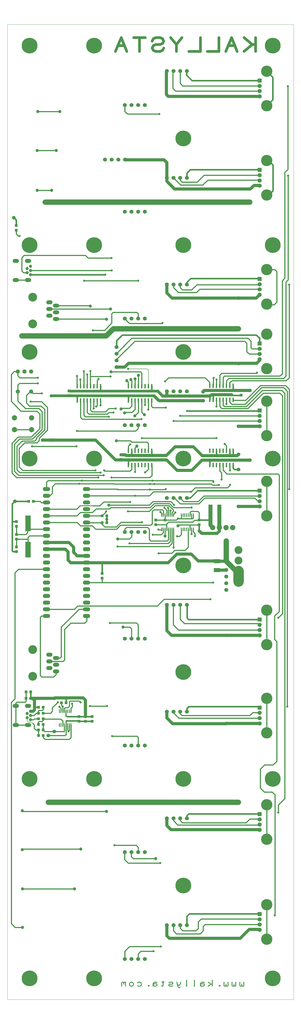
<source format=gbr>
%FSLAX33Y33*%
%MOMM*%
G04 EasyPC Gerber Version 16.0.6 Build 3249 *
%ADD22O,2.40000X1.50000*%
%ADD150O,2.80000X1.50000*%
%ADD12R,0.35000X1.40000*%
%ADD23R,0.60000X1.80000*%
%ADD15R,1.00000X1.10000*%
%ADD71R,1.65000X2.40000*%
%ADD20R,2.10000X6.00000*%
%ADD16R,1.60000X1.60000*%
%ADD73C,0.12000*%
%ADD72C,0.20000*%
%ADD11C,0.30000*%
%ADD28C,0.40000*%
%ADD27C,0.60000*%
%ADD25C,0.80000*%
%ADD10C,1.00000*%
%ADD21C,1.20000*%
%ADD26C,1.40000*%
%ADD13C,1.50000*%
%ADD17C,1.60000*%
%ADD151C,2.00000*%
%ADD19C,3.00000*%
%ADD152C,3.35000*%
%ADD14R,1.10000X1.00000*%
%ADD29C,4.00000*%
%ADD18C,4.30000*%
%ADD70R,2.40000X1.65000*%
%ADD24C,6.00000*%
X0Y0D02*
D02*
D10*
X48700Y251350D02*
X60675D01*
X51550Y249600D02*
X41725D01*
X51550D02*
X68286D01*
X68250Y249611D02*
Y249625D01*
X71000*
X80825*
X79950Y251350D02*
X60675D01*
X82250D02*
X79950D01*
X119500Y380563D02*
Y385813D01*
Y383188D02*
X118188D01*
X115125Y385813*
X118188Y383188D02*
X115125Y380563D01*
X112500D02*
X110313Y385813D01*
X108125Y380563*
X111625Y382750D02*
X109000D01*
X105500Y385813D02*
Y380563D01*
X101125*
X98500Y385813D02*
Y380563D01*
X94125*
X89313D02*
Y383188D01*
X91500Y385813*
X89313Y383188D02*
X87125Y385813D01*
X84500Y381875D02*
X84063Y381000D01*
X83188Y380563*
X81438*
X80563Y381000*
X80125Y381875*
X80563Y382750*
X81438Y383188*
X83188*
X84063Y383625*
X84500Y384500*
X84063Y385375*
X83188Y385813*
X81438*
X80563Y385375*
X80125Y384500*
X75313Y380563D02*
Y385813D01*
X77500D02*
X73125D01*
X70500Y380563D02*
X68313Y385813D01*
X66125Y380563*
X69625Y382750D02*
X67000D01*
D02*
D11*
X52750Y207750D02*
X57625D01*
X115000Y26563D02*
Y25250D01*
X114813Y25063*
X114438*
X114250Y25250*
Y25813*
Y25250D02*
X114063Y25063D01*
X113688*
X113500Y25250*
Y26563*
X112000D02*
Y25250D01*
X111813Y25063*
X111438*
X111250Y25250*
Y25813*
Y25250D02*
X111063Y25063D01*
X110688*
X110500Y25250*
Y26563*
X109000D02*
Y25250D01*
X108813Y25063*
X108438*
X108250Y25250*
Y25813*
Y25250D02*
X108063Y25063D01*
X107688*
X107500Y25250*
Y26563*
X105813Y25063D02*
X105625Y25250D01*
X105813Y25438*
X106000Y25250*
X105813Y25063*
X103000D02*
Y27313D01*
Y25813D02*
X102438D01*
X101500Y26563*
X102438Y25813D02*
X101500Y25063D01*
X100000Y26375D02*
X99625Y26563D01*
X99063*
X98688Y26375*
X98500Y26000*
Y25438*
X98688Y25250*
X99063Y25063*
X99438*
X99813Y25250*
X100000Y25438*
Y25625*
X99813Y25813*
X99438Y26000*
X99063*
X98688Y25813*
X98500Y25625*
Y25438D02*
Y25063D01*
X96063D02*
X96250D01*
Y27313*
X93063Y25063D02*
X93250D01*
Y27313*
X91000Y26563D02*
X90813Y25813D01*
X90438Y25438*
X90063*
X89688Y25813*
X89500Y26563*
X89688Y25813D02*
X89875Y25063D01*
X90063Y24688*
X90438Y24500*
X90813Y24688*
X88000Y25250D02*
X87625Y25063D01*
X86875*
X86500Y25250*
Y25625*
X86875Y25813*
X87625*
X88000Y26000*
Y26375*
X87625Y26563*
X86875*
X86500Y26375*
X84625Y26563D02*
X83875D01*
X84250Y26938D02*
Y25250D01*
X84063Y25063*
X83875*
X83688Y25250*
X82000Y26375D02*
X81625Y26563D01*
X81063*
X80688Y26375*
X80500Y26000*
Y25438*
X80688Y25250*
X81063Y25063*
X81438*
X81813Y25250*
X82000Y25438*
Y25625*
X81813Y25813*
X81438Y26000*
X81063*
X80688Y25813*
X80500Y25625*
Y25438D02*
Y25063D01*
X78813D02*
X78625Y25250D01*
X78813Y25438*
X79000Y25250*
X78813Y25063*
X74500Y26375D02*
X74875Y26563D01*
X75438*
X75813Y26375*
X76000Y26000*
Y25625*
X75813Y25250*
X75438Y25063*
X74875*
X74500Y25250*
X73000Y25625D02*
X72813Y25250D01*
X72438Y25063*
X72063*
X71688Y25250*
X71500Y25625*
Y26000*
X71688Y26375*
X72063Y26563*
X72438*
X72813Y26375*
X73000Y26000*
Y25625*
X70000Y25063D02*
Y26563D01*
Y26375D02*
X69813Y26563D01*
X69438*
X69250Y26375*
Y25813*
Y26375D02*
X69063Y26563D01*
X68688*
X68500Y26375*
Y25063*
D02*
D12*
X44778Y124350D03*
Y129650D03*
X45413Y124350D03*
Y129650D03*
X46048Y124350D03*
Y129650D03*
X46683Y124350D03*
Y129650D03*
X47318Y124350D03*
Y129650D03*
X47953Y124350D03*
Y129650D03*
X48588Y124350D03*
Y129650D03*
X49223Y124350D03*
Y129650D03*
X83725Y198800D03*
Y204200D03*
X84375Y198800D03*
Y204200D03*
X85025Y198800D03*
Y204200D03*
X85675Y198800D03*
Y204200D03*
X86325Y198800D03*
Y204200D03*
X86975Y198800D03*
Y204200D03*
X87625Y198800D03*
Y204200D03*
X88275Y198800D03*
Y204200D03*
X91225Y198800D03*
Y204200D03*
X91875Y198800D03*
Y204200D03*
X92525Y198800D03*
Y204200D03*
X93175Y198800D03*
Y204200D03*
X93825Y198800D03*
Y204200D03*
X94475Y198800D03*
Y204200D03*
X95125Y198800D03*
Y204200D03*
X95775Y198800D03*
Y204200D03*
D02*
D13*
X62140Y339400D03*
X64680D03*
X66600Y260490D03*
Y263030D03*
Y265570D03*
Y268110D03*
X67220Y339400D03*
X69690Y35400D03*
Y76000D03*
Y116600D03*
Y157200D03*
Y197800D03*
Y238400D03*
Y279000D03*
Y319600D03*
Y360200D03*
X69760Y339400D03*
X72230Y35400D03*
Y76000D03*
Y116600D03*
Y157200D03*
Y197800D03*
Y238400D03*
Y279000D03*
Y319600D03*
Y360200D03*
X74770Y35400D03*
Y76000D03*
Y116600D03*
Y157200D03*
Y197800D03*
Y238400D03*
Y279000D03*
Y319600D03*
Y360200D03*
X77310Y35400D03*
Y76000D03*
Y116600D03*
Y157200D03*
Y197800D03*
Y238400D03*
Y279000D03*
Y319600D03*
Y360200D03*
X85690Y48300D03*
Y88900D03*
Y129500D03*
Y170100D03*
Y210700D03*
Y251300D03*
Y291900D03*
Y332500D03*
Y373100D03*
X88230Y48300D03*
Y88900D03*
Y129500D03*
Y170100D03*
Y210700D03*
Y251300D03*
Y291900D03*
Y332500D03*
Y373100D03*
X90770Y48300D03*
Y88900D03*
Y129500D03*
Y170100D03*
Y210700D03*
Y251300D03*
Y291900D03*
Y332500D03*
Y373100D03*
X93310Y48300D03*
Y88900D03*
Y129500D03*
Y170100D03*
Y210700D03*
Y251300D03*
Y291900D03*
Y332500D03*
Y373100D03*
X102275Y202375D02*
Y200415D01*
X103190Y199500*
X102275Y207000D02*
Y202375D01*
X105727Y207000D02*
Y199503D01*
X105730Y199500*
X108300Y186790D03*
Y189330D03*
Y191870D03*
Y194410D03*
X108350Y175790D03*
Y178330D03*
Y180870D03*
Y183410D03*
D02*
D14*
X32111Y134500D03*
Y137000D03*
X33111Y209500D03*
X33889Y134500D03*
Y137000D03*
X34889Y209500D03*
X36861Y120375D03*
Y122500D03*
Y124625D03*
Y126750D03*
Y128875D03*
Y131125D03*
X38639Y120375D03*
Y122500D03*
Y124625D03*
Y126750D03*
Y128875D03*
Y131125D03*
X45611Y132875D03*
X47389D03*
X61111Y201375D03*
Y204000D03*
X62889Y201375D03*
Y204000D03*
D02*
D15*
X28375Y312611D03*
Y314389D03*
X28500Y190361D03*
Y192139D03*
Y195111D03*
Y196889D03*
Y199986D03*
Y201764D03*
X48500Y249661D03*
Y251439D03*
X52250Y125861D03*
Y127639D03*
X54750Y125861D03*
Y127639D03*
X57250Y125861D03*
Y127639D03*
X61050Y180261D03*
Y182039D03*
X68250Y225361D03*
Y227139D03*
Y249611D03*
Y251389D03*
X81500Y200611D03*
Y202389D03*
X98000Y200611D03*
Y202389D03*
X99100Y225161D03*
Y226939D03*
X114000Y249861D03*
Y251639D03*
D02*
D16*
X121032Y52500D03*
Y90500D03*
Y131000D03*
Y164500D03*
Y213500D03*
Y244000D03*
Y269500D03*
Y294050D03*
Y335500D03*
Y369500D03*
D02*
D17*
X28960Y251190D03*
Y258810D03*
X31500D03*
X34040Y251190D03*
Y258810D03*
X121032Y46500D03*
Y48500D03*
Y50500D03*
Y84500D03*
Y86500D03*
Y88500D03*
Y125000D03*
Y127000D03*
Y129000D03*
Y158500D03*
Y160500D03*
Y162500D03*
Y207500D03*
Y209500D03*
Y211500D03*
Y238000D03*
Y240000D03*
Y242000D03*
Y263500D03*
Y265500D03*
Y267500D03*
Y288050D03*
Y290050D03*
Y292050D03*
Y329500D03*
Y331500D03*
Y333500D03*
Y363500D03*
Y365500D03*
Y367500D03*
D02*
D18*
X123724Y42934D03*
Y56066D03*
Y80934D03*
Y94066D03*
Y121434D03*
Y134566D03*
Y154934D03*
Y168066D03*
Y203934D03*
Y217066D03*
Y234434D03*
Y247566D03*
Y259934D03*
Y273066D03*
Y284484D03*
Y297616D03*
Y325934D03*
Y339066D03*
Y359934D03*
Y373066D03*
D02*
D19*
X113000Y179010D03*
Y182970D03*
Y186930D03*
Y190890D03*
D02*
D70*
X104750Y183273D03*
Y186725D03*
D02*
D71*
X102275Y207000D03*
X105727D03*
D02*
D20*
X32875Y191125D03*
Y201125D03*
D02*
D21*
X30700Y76950D03*
Y91750D03*
X30750Y47450D03*
Y62100D03*
X32575Y127200D03*
Y128800D03*
Y296450D03*
Y298050D03*
X33775Y126400D03*
Y128000D03*
Y129600D02*
X34850D01*
X35375Y130125*
Y131125*
X33775Y129600D03*
Y295650D03*
Y297250D03*
Y298850D03*
X33889Y134500D02*
X42850D01*
X35375Y131125D02*
Y133750D01*
X34625Y134500*
X36375Y327750D03*
Y342875D03*
X36625Y357750D03*
X39880Y191270D02*
X47105D01*
X48125Y190250*
Y187125*
X49125Y186125*
X55055*
X55120Y186190*
X39880Y193810D02*
X48440D01*
X50250Y192000*
Y190125*
X51625Y188750*
X54765*
X54785Y188730*
X55120*
X41725Y249600D03*
X41875Y327750D03*
X42125Y232750D02*
X38500D01*
X43625Y342875D03*
X45000Y357750D03*
X45200Y134700D02*
X43050D01*
X42850Y134500*
X47400Y134700D02*
X45200D01*
X50600Y62100D03*
X52950Y77200D03*
X54750Y127639D02*
Y133825D01*
X53875Y134700*
X47400*
X56625Y283750D03*
X61050Y186125D02*
X55685D01*
X55620Y186190*
X55120*
X62750Y278750D03*
X62800Y91500D03*
X62875Y202625D03*
X63625Y208000D03*
X64250Y282625D03*
X64500Y258750D03*
X66500Y232500D03*
X66600Y260490D02*
X69665D01*
X71125Y261950*
X119907*
X121032Y263075*
Y263500*
X67000Y195125D03*
X68250Y225361D02*
Y225250D01*
X66125*
X58625Y232750*
X42125*
X68250Y225361D02*
Y225250D01*
X71125*
X68250Y227139D02*
X69861D01*
X70125Y226875*
X72375*
X68250Y244625D03*
X69000Y161625D03*
X69625Y243125D03*
X70500Y255375D03*
X71125Y225250D02*
X85639D01*
X89639Y221250*
X95189*
X99100Y225161*
X72000Y255750D03*
X72375Y226875D02*
X80000D01*
X73550Y242000D03*
X73625Y256000D03*
X74300Y230450D03*
X74875Y257375D03*
X77125Y242375D03*
X80000Y226875D02*
X85500D01*
X88875Y230250*
X95789*
X99100Y226939*
X80825Y249625D02*
X82750Y247700D01*
X99486*
X81450Y73550D03*
X85000Y196250D03*
Y202375D03*
X85690Y48300D02*
Y44185D01*
X86625Y43250*
X113625*
X117000Y46625*
X120907*
X121032Y46500*
X85690Y88900D02*
Y86185D01*
X87250Y84625*
X120907*
X121032Y84500*
X85690Y129500D02*
Y127060D01*
X87875Y124875*
X108250*
X108375Y125000*
X85690Y170100D02*
Y160310D01*
X87500Y158500*
X108500*
X85690Y251300D02*
X85750D01*
Y249810*
X85690Y291900D02*
Y288685D01*
X87625Y286750*
X113000*
X85690Y332500D02*
Y338310D01*
X84625Y339375*
X70410*
X70385Y339400*
X69760*
X85690Y332500D02*
Y331185D01*
X88625Y328250*
X117500*
X118875Y329625*
X120907*
X121032Y329500*
X85875Y249500D02*
X84100D01*
X82250Y251350*
X89950Y200200D03*
X99100Y225161D02*
X102125D01*
X99100Y226939D02*
X99150D01*
Y226850*
X104639*
X99875Y251625D02*
X111000D01*
X102050Y249575D02*
X102325D01*
X102750Y250000*
X103375*
X102125Y225161D02*
X117214D01*
X117250Y225125*
X102250Y249500D02*
X85875D01*
X103375Y250000D02*
X110375D01*
X104639Y226850D02*
X109625D01*
X104750Y183273D02*
X108213D01*
X108350Y183410*
X104750Y186725D02*
Y186750D01*
X97625*
X95000Y189375*
X89500*
X86250Y186125*
X61050*
X104750Y186725D02*
X108235D01*
X108300Y186790*
X105730Y199500D02*
Y198105D01*
X104875Y197250*
X99000*
X98000Y198250*
X108500Y158500D02*
X121032D01*
X109625Y226850D02*
X111000D01*
X110375Y250000D03*
X111000Y226850D02*
X112500D01*
X113000Y227350*
Y227375*
X111000Y251625D02*
X117225D01*
X117250Y251650*
X113000Y286750D02*
X119750D01*
Y286768*
X121032Y288050*
Y125000D02*
X108375D01*
X121032Y207500D02*
X113000D01*
X121032Y238000D02*
X113000D01*
X121032Y363500D02*
X86250D01*
X85500Y364250*
Y372910*
X85690Y373100*
D02*
D22*
X28225Y124350D03*
Y131650D03*
Y293600D03*
Y300900D03*
X32875Y124350D03*
Y131650D03*
Y293600D03*
Y300900D03*
X41000Y146095D03*
Y148635D03*
Y151175D03*
Y280095D03*
Y282635D03*
Y285175D03*
X43540Y144825D03*
Y147365D03*
Y149905D03*
Y278825D03*
Y281365D03*
Y283905D03*
D02*
D23*
X51560Y247795D03*
Y253205D03*
X52830Y247795D03*
Y253205D03*
X54100Y247795D03*
Y253205D03*
X55370Y247795D03*
Y253205D03*
X56640Y247795D03*
Y253205D03*
X57910Y247795D03*
Y253205D03*
X59180Y247795D03*
Y253205D03*
X60450Y247795D03*
Y253205D03*
X71060Y223295D03*
Y228705D03*
Y247795D03*
Y253205D03*
X72330Y223295D03*
Y228705D03*
Y247795D03*
Y253205D03*
X73600Y223295D03*
Y228705D03*
Y247795D03*
Y253205D03*
X74870Y223295D03*
Y228705D03*
Y247795D03*
Y253205D03*
X76140Y223295D03*
Y228705D03*
Y247795D03*
Y253205D03*
X77410Y223295D03*
Y228705D03*
Y247795D03*
Y253205D03*
X78680Y223295D03*
Y228705D03*
Y247795D03*
Y253205D03*
X79950Y223295D03*
Y228705D03*
Y247795D03*
Y253205D03*
X102050Y248045D03*
Y253455D03*
X102060Y223295D03*
Y228705D03*
X103320Y248045D03*
Y253455D03*
X103330Y223295D03*
Y228705D03*
X104590Y248045D03*
Y253455D03*
X104600Y223295D03*
Y228705D03*
X105860Y248045D03*
Y253455D03*
X105870Y223295D03*
Y228705D03*
X107130Y248045D03*
Y253455D03*
X107140Y223295D03*
Y228705D03*
X108400Y248045D03*
Y253455D03*
X108410Y223295D03*
Y228705D03*
X109670Y248045D03*
Y253455D03*
X109680Y223295D03*
Y228705D03*
X110940Y248045D03*
Y253455D03*
X110950Y223295D03*
Y228705D03*
D02*
D24*
X33500Y28000D03*
Y103900D03*
Y225700D03*
Y266300D03*
Y306900D03*
Y382800D03*
X58000Y28000D03*
Y103900D03*
Y225700D03*
Y306900D03*
Y382800D03*
X92000Y63300D03*
Y103900D03*
Y144500D03*
Y185100D03*
Y225700D03*
Y266300D03*
Y306900D03*
Y347500D03*
X126000Y28000D03*
Y103900D03*
Y225700D03*
Y306900D03*
Y382800D03*
D02*
D25*
X29625Y310375D03*
X33875Y247375D03*
X34375Y230375D03*
X36625Y254375D03*
Y256500D03*
X38125Y250500D03*
X44250Y133000D03*
X44800Y131350D03*
X46050Y131450D03*
X48300Y122050D03*
X49650Y132500D03*
X51375Y230375D03*
X51500Y236250D03*
Y257125D03*
X52375Y216125D03*
X52750Y255750D03*
X52900Y133000D03*
X53375Y217375D03*
X54125Y258875D03*
X54250Y293375D03*
X55375Y257750D03*
X56450Y131600D03*
X56625Y259000D03*
X57625Y274500D03*
X57875Y244750D03*
X58500Y221250D03*
X58750Y245500D03*
X59625Y218500D03*
X59750Y256000D03*
X60500Y220375D03*
Y246000D03*
X61625Y219375D03*
X61875Y221250D03*
X62250Y295625D03*
X62625Y205625D03*
X62900Y131650D03*
X63625Y241625D03*
X64000Y163125D03*
X64250Y257000D03*
X64625Y218500D03*
Y302000D03*
X64750Y297250D03*
X64875Y120125D03*
X65375Y243250D03*
X65750Y78625D03*
X66250Y244750D03*
X66900Y192300D03*
X70875Y205625D03*
X71000Y259875D03*
X71500Y193450D03*
X71750Y209250D03*
Y231125D03*
X73625Y211590D03*
Y220625D03*
X74750Y293375D03*
X76050Y240750D03*
X76250Y201500D03*
Y233500D03*
X77375Y246125D03*
X77450Y220450D03*
X78625Y244375D03*
X79250Y214000D03*
Y216100D03*
X80200Y217350D03*
X80375Y196750D03*
X80650Y38400D03*
X81000Y216100D03*
X82500Y198750D03*
X82550Y189700D03*
X82875Y356750D03*
X83150Y71900D03*
X83250Y205375D03*
X83450Y40100D03*
X84000Y277250D03*
X84750Y207000D03*
X85000Y255125D03*
X85250Y214125D03*
Y245125D03*
X86125Y207000D03*
X87125Y206000D03*
X88250Y191900D03*
Y240000D03*
X88450Y208150D03*
X88900Y205200D03*
X89600Y196200D03*
X89950Y202950D03*
X90750Y242000D03*
X93375Y243875D03*
X94875Y213125D03*
X95125Y197000D03*
Y207125D03*
X96375Y196250D03*
X102300Y172250D03*
X103300Y178600D03*
X103375Y216875D03*
X103500Y256375D03*
X104625Y233500D03*
Y245500D03*
Y255750D03*
X105500Y215750D03*
X106550Y217800D03*
X107700Y231300D03*
X108400Y246500D03*
X109750Y215750D03*
Y221250D03*
X120000Y258375D03*
X126800Y52000D03*
X128100Y91150D03*
Y165150D03*
X131500Y131400D03*
X131750Y367375D03*
X131875Y333375D03*
X132250Y291875D03*
X132300Y214150D03*
D02*
D26*
X27500Y317375D03*
X27875Y209500D03*
X30500Y272375D03*
X38500Y232750D03*
X39375Y323250D03*
X40625Y95000D03*
Y120400D03*
X42125Y232750D03*
X42850Y121900D03*
Y134500D03*
X99486Y247700D03*
X99500Y251125D03*
X108375Y125000D03*
X108500Y158500D03*
X113000Y95000D03*
Y207500D03*
Y221600D03*
Y227375D03*
Y238000D03*
Y261875D03*
Y275125D03*
Y286750D03*
X117250Y225125D03*
Y251650D03*
Y323250D03*
D02*
D27*
X26850Y201775D02*
Y190650D01*
X27125Y190375*
X28486*
X28500Y190361*
X26850Y201775D02*
Y208650D01*
X27025*
X27875Y209500*
X28375Y314389D02*
Y316500D01*
X27500Y317375*
X28500Y201764D02*
Y201750D01*
X26861*
X26850Y201761*
Y201775*
X33111Y209500D02*
X27875D01*
X33889Y134500D02*
Y137000D01*
X34625Y134500D02*
X33889D01*
X36861Y131125D02*
X35375D01*
X47300Y128033D02*
X47733Y127600D01*
X52014*
X47375Y126000D02*
X52111D01*
X47389Y132875D02*
Y134689D01*
X47400Y134700*
X48500Y251439D02*
X48611D01*
X48700Y251350*
X51560Y247795D02*
Y249590D01*
X51550Y249600*
X52250Y125861D02*
X54750D01*
X52250Y127639D02*
X54750D01*
Y125861D02*
X57250D01*
X54750Y127639D02*
X57250D01*
X60450Y253205D02*
Y251575D01*
X60675Y251350*
X61050Y182039D02*
Y186125D01*
X62250Y295625D02*
X34050D01*
X34025Y295650*
X33775*
X62875Y202625D02*
X62889Y204000D01*
Y201375D02*
X62875Y202625D01*
X66600Y268110D02*
Y270600D01*
X68750Y272750*
X119782*
X121032Y271500*
Y269500*
X68286Y249600D02*
X68275Y249611D01*
X68250*
X71060Y223295D02*
Y225185D01*
X71125Y225250*
X71060Y247795D02*
Y249565D01*
X71000Y249625*
X72330Y228705D02*
Y226920D01*
X72375Y226875*
X79950Y228705D02*
Y226925D01*
X80000Y226875*
X79950Y253205D02*
Y251350D01*
X85750Y249810D02*
X85875Y249500D01*
X93310Y48300D02*
Y51685D01*
X94250Y52625*
X120782*
X120907Y52500*
X121032*
X93310Y88900D02*
Y89935D01*
X94000Y90625*
X120907*
X121032Y90500*
X93310Y129500D02*
Y130685D01*
X94000Y131375*
X120657*
X121032Y131000*
X93310Y210700D02*
X94575D01*
X97375Y213500*
X121032*
X93310Y291900D02*
Y292810D01*
X94750Y294250*
X120832*
X121032Y294050*
X93310Y332500D02*
Y334310D01*
X94625Y335625*
X120907*
X121032Y335500*
X93375Y243875D02*
X120907D01*
X121032Y244000*
X98000Y198250D02*
Y200611D01*
Y202389D02*
X102261D01*
X102275Y202375*
X99500Y251125D02*
Y251250D01*
X99875Y251625*
X102050Y248045D02*
Y249575D01*
X102175*
X102250Y249500*
X102060Y223295D02*
Y225096D01*
X102125Y225161*
X103320Y248045D02*
Y249945D01*
X103375Y250000*
X104600Y228705D02*
Y226889D01*
X104639Y226850*
X109680Y228705D02*
Y226905D01*
X109625Y226850*
X110375Y250000D02*
X110625Y249750D01*
X113889*
X114000Y249861*
X110940Y253455D02*
Y251685D01*
X111000Y251625*
X110950Y223295D02*
Y222100D01*
X111450Y221600*
X113000*
X110950Y228705D02*
Y226900D01*
X111000Y226850*
X121032Y164500D02*
X94000D01*
X93375Y165125*
Y169660*
X93310Y169725*
Y170100*
X121032Y369500D02*
X95250D01*
X93250Y371500*
Y373040*
X93310Y373100*
X123724Y339066D02*
X124434D01*
X126125Y337375*
Y327585*
X124474Y325934*
X123724*
Y373066D02*
Y373026D01*
X126000Y370750*
Y362210*
X123724Y359934*
D02*
D28*
X27750Y236750D02*
X34250D01*
X28225Y124350D02*
X32875D01*
X28225Y131650D02*
Y124350D01*
Y293600D02*
X32875D01*
X28375Y312611D02*
Y311125D01*
X29125Y310375*
X29625*
X28500Y192139D02*
Y195111D01*
X32861*
X32875Y195125*
X28500Y196889D02*
X32014D01*
X32750Y197625*
Y201000*
X32875Y201125*
X28500Y199986D02*
Y196889D01*
X28960Y251190D02*
Y247665D01*
X31125Y245500*
X31150*
X31850Y244800*
X37050*
X38250Y243600*
Y236850*
X34600Y233200*
X29700*
X27750Y231250*
Y220875*
X29250Y219375*
X61625*
X32111Y134500D02*
Y133486D01*
X31750Y133125*
X28625*
X28250Y132750*
Y131675*
X28225Y131650*
X32111Y137000D02*
Y134500D01*
X32575Y296450D02*
X31175D01*
X30500Y297125*
Y302125*
X31375Y303000*
X54750*
X55750Y302000*
X64625*
X32875Y191125D02*
Y195125D01*
Y195750*
X33500Y196375*
X39655*
X39680Y196350*
X39880*
X32875Y201125D02*
Y199375D01*
X33375Y198875*
X39645*
X39660Y198890*
X39880*
X33775Y126400D02*
X35025D01*
X35375Y126750*
X36861*
X33775Y128000D02*
X35125D01*
X36000Y128875*
X36861*
X33775Y297250D02*
X64750D01*
X33875Y247375D02*
X38075D01*
X40250Y245200*
Y236600*
X37100Y233450*
Y232600*
X36250Y231750*
X31600*
X29500Y229650*
Y222625*
X30875Y221250*
X58500*
X34750Y125000D02*
X35250Y124500D01*
Y123125*
X35875Y122500*
X36861*
X34889Y209500D02*
X37500D01*
X38000Y209000*
X39830*
X39880Y209050*
X36375Y327750D02*
X41875D01*
X36375Y342875D02*
X43625D01*
X36625Y254375D02*
X29625D01*
X29000Y253750*
Y251355*
X28960Y251315*
Y251190*
X36625Y256500D02*
X29750D01*
X29000Y257250*
Y258600*
X28960Y258640*
Y258810*
X36625Y357750D02*
X45000D01*
X36861Y120375D02*
Y122500D01*
X38125Y250500D02*
X34730D01*
X34040Y251190*
X38639Y120375D02*
Y119611D01*
X39300Y118950*
X48575*
X49250Y119625*
Y124323*
X49223Y124350*
X38639Y122500D02*
Y124625D01*
Y126750D02*
Y126139D01*
X38250Y125750*
X37000*
X36750Y125500*
Y124736*
X36861Y124625*
X38639Y128875D02*
X41425D01*
X42150Y129600*
Y130950*
X44200Y133000*
X44250*
X38639Y131125D02*
Y130264D01*
X38375Y130000*
X37000*
X36750Y129750*
Y128986*
X36861Y128875*
X39880Y168410D02*
X50510D01*
X51750Y169650*
X82050*
X84650Y172250*
X102300*
X39880Y183650D02*
X29250D01*
X27900Y182300*
Y134400*
X26550Y133050*
Y48850*
X27950Y47450*
X30750*
X39880Y201430D02*
X51570D01*
X52875Y200125*
X57375*
X58625Y198875*
X66600*
X68125Y200400*
X79625*
X80125Y200900*
Y205625*
X80750Y206250*
X84000*
X84375Y205875*
Y204200*
X39880Y203970D02*
X51470D01*
X52750Y205250*
X57375*
X58750Y206625*
X63875*
X64375Y207125*
X79375*
X80875Y208625*
X86750*
X88250Y207125*
X95125*
X39880Y206510D02*
Y206500D01*
X51385*
X52635Y207750*
X52750*
X39880Y211590D02*
X41215D01*
X42125Y212500*
Y215000*
X43250Y216125*
X52375*
X39880Y214130D02*
Y216755D01*
X40500Y217375*
X53375*
X41000Y148635D02*
X46235D01*
X46750Y149150*
Y160800*
X49150Y163200*
X54450*
X55250Y164000*
Y165740*
X55120Y165870*
X41000Y282635D02*
X64240D01*
X64250Y282625*
X42850Y121900D02*
X39239D01*
X38639Y122500*
X43540Y144825D02*
Y143640D01*
X42600Y142700*
X38100*
X37500Y143300*
Y165350*
X38000Y165850*
X39860*
X39880Y165870*
X43540Y149905D02*
X45005D01*
X45500Y150400*
Y161650*
X52250Y168400*
X54760*
X54770Y168410*
X55120*
X43540Y278825D02*
X62675D01*
X62750Y278750*
X43540Y283905D02*
X56470D01*
X56625Y283750*
X45413Y129650D02*
Y130738D01*
X44800Y131350*
X45611Y132875D02*
Y131889D01*
X46050Y131450*
X46048Y124350D02*
Y125953D01*
X45300Y126700*
X38689*
X38639Y126750*
X46050Y131450D02*
Y129698D01*
X46048Y129695*
Y129650*
X46683Y124350D02*
Y121900D01*
X42850*
X46683Y129650D02*
Y130683D01*
X46950Y130950*
X48050*
X48650Y131550*
Y133300*
X48900Y133550*
X52350*
X52900Y133000*
X47318Y124350D02*
Y120768D01*
X46950Y120400*
X40625*
X47318Y124350D02*
Y125943D01*
X47375Y126000*
X47318Y129650D02*
X47300D01*
Y128033*
X47953Y124350D02*
Y122398D01*
X48300Y122050*
X48588Y124350D02*
Y122338D01*
X48300Y122050*
X49223Y129650D02*
Y130873D01*
X49700Y131350*
X49650Y132500D02*
Y131950D01*
X49700*
Y131350*
X50600Y62100D02*
X30750D01*
X51375Y230375D02*
X34375D01*
X51500Y257125D02*
Y253265D01*
X51560Y253205*
X52014Y127600D02*
X52053Y127639D01*
X52250*
X52111Y126000D02*
X52250Y125861D01*
X52375Y216125D02*
X65450D01*
Y216100*
X79250*
X52750Y255750D02*
Y253285D01*
X52830Y253205*
X52950Y77200D02*
X30700D01*
Y76950*
X53375Y217375D02*
X66700D01*
Y217350*
X80200*
X54100Y253205D02*
Y258850D01*
X54125Y258875*
X54250Y293375D02*
X74750D01*
X55120Y211590D02*
X73625D01*
X55120Y214130D02*
X66875D01*
Y214000*
X79250*
X55370Y247795D02*
Y243255D01*
X56000Y242625*
X63000*
X63625Y243250*
X65375*
X55370Y253205D02*
Y257745D01*
X55375Y257750*
X56450Y131600D02*
X62850D01*
X62900Y131650*
X56625Y257000D02*
Y253220D01*
X56640Y253205*
X56625Y259000D02*
Y257000D01*
X56640Y247795D02*
Y244110D01*
X57250Y243500*
X62375*
X63625Y244750*
X66250*
X57625Y207750D02*
X60125D01*
X61625Y209250*
X71750*
X57910Y247795D02*
X57875D01*
Y244750*
X59180Y247795D02*
Y245930D01*
X58750Y245500*
X59180Y253205D02*
Y255430D01*
X59750Y256000*
X59625Y218500D02*
X28500D01*
X26750Y220250*
Y231600*
X29100Y233950*
X34100*
X37350Y237200*
Y242700*
X36250Y243800*
X30150*
X26500Y247450*
Y257750*
X27560Y258810*
X28960*
X60500Y220375D02*
X29750D01*
X28625Y221500*
Y230475*
X30600Y232450*
X35400*
X36100Y233150*
Y233600*
X39250Y236750*
Y244400*
X37900Y245750*
X33400*
X32250Y246900*
Y249750*
X33690Y251190*
X34040*
X60500Y246000D02*
Y247745D01*
X60450Y247795*
X61050Y178589D02*
X54850D01*
X54880Y178570*
X55120*
X61050Y180261D02*
Y178589D01*
X61111Y201375D02*
Y200764D01*
X62125Y199750*
X66500*
X68250Y201500*
X76250*
X61111Y201375D02*
X55175D01*
X55120Y201430*
X61111Y204000D02*
X55150D01*
X55120Y203970*
X62625Y205625D02*
Y205514D01*
X61111Y204000*
X62800Y91500D02*
X30950D01*
X30700Y91750*
X63625Y241625D02*
X54750D01*
X54125Y242250*
Y247770*
X54100Y247795*
X64250Y257000D02*
X56625D01*
X64500Y258750D02*
X75625D01*
X76125Y258250*
Y253220*
X76140Y253205*
X64875Y120125D02*
X74375D01*
X74750Y119750*
Y116620*
X74770Y116600*
X65750Y78625D02*
X74000D01*
X74750Y77875*
Y76020*
X74770Y76000*
X66600Y263030D02*
Y263475D01*
X73500Y270375*
X115375*
X116125Y269625*
Y266375*
X117000Y265500*
X121032*
X66600Y265570D02*
Y265725D01*
X72375Y271500*
X116625*
X117750Y270375*
Y267875*
X118125Y267500*
X121032*
X67000Y195125D02*
X71500D01*
X72375Y196000*
Y197655*
X72230Y197800*
X70500Y255375D02*
X71000Y254875D01*
Y253265*
X71060Y253205*
X70875Y205625D02*
X79000D01*
X81250Y207875*
X86500*
X88125Y206250*
Y205625*
X87625Y205125*
Y204200*
X71750Y231125D02*
X71060Y230435D01*
Y228705*
X72230Y157200D02*
Y161020D01*
X71625Y161625*
X69000*
X72330Y223295D02*
X72375D01*
Y221705*
X71670Y221000*
X62125*
X61875Y221250*
X72330Y247795D02*
Y245705D01*
X71500Y244875*
X68500*
X68250Y244625*
X72330Y253205D02*
Y255420D01*
X72000Y255750*
X73600Y223295D02*
X73625D01*
Y220625*
X73600Y228705D02*
Y229750D01*
X74300Y230450*
X73600Y247795D02*
Y244475D01*
X72500Y243375*
X69875*
X69625Y243125*
X73600Y253205D02*
Y255975D01*
X73625Y256000*
Y211590D02*
X79090D01*
X80625Y213125*
X94875*
X74770Y157200D02*
Y162605D01*
X74125Y163250*
X64000*
Y163125*
X74770Y238400D02*
Y237145D01*
X73875Y236250*
X51500*
X74770Y279000D02*
Y280855D01*
X74250Y281375*
X65250*
X64750Y280875*
Y277250*
X62000Y274500*
X57625*
X74870Y247795D02*
Y243320D01*
X73550Y242000*
X74870Y253205D02*
Y257370D01*
X74875Y257375*
X76050Y240750D02*
X53500D01*
X52875Y241375*
Y247750*
X52830Y247795*
X76140D02*
Y243360D01*
X77125Y242375*
X76250Y233500D02*
X104625D01*
X77410Y247795D02*
Y246160D01*
X77375Y246125*
X78680Y223295D02*
Y221680D01*
X77450Y220450*
X78680Y228705D02*
Y231445D01*
X78125Y232000*
X72375*
X71875Y232500*
X66500*
X78680Y247795D02*
Y244430D01*
X78625Y244375*
X79250Y214000D02*
X85125D01*
X85250Y214125*
X79250Y216100D02*
X81000D01*
X79950Y223295D02*
X80000D01*
Y219325*
X79175Y218500*
X64625*
X80200Y217350D02*
X103375D01*
Y216875*
X80650Y38400D02*
X75800D01*
X74750Y37350*
Y35420*
X74770Y35400*
X81000Y216100D02*
X102650D01*
X103125Y215625*
X105375*
X105500Y215750*
X81450Y73550D02*
X73000D01*
X72200Y74350*
Y75970*
X72230Y76000*
X81500Y200611D02*
X85611D01*
X85625Y200625*
X81500Y202389D02*
X81514Y202375D01*
X85000*
X82875Y356750D02*
X70750D01*
X69750Y357750*
Y360140*
X69690Y360200*
X83150Y71900D02*
X71000D01*
X69650Y73250*
Y75960*
X69690Y76000*
X83450Y40100D02*
X71450D01*
X69700Y38350*
Y35560*
X69690Y35550*
Y35400*
X83725Y198800D02*
Y198625D01*
X82550*
X82500Y198675*
Y198750*
X83725Y204200D02*
Y204900D01*
X83250Y205375*
X84000Y277250D02*
Y277125D01*
X71500*
X69750Y278875*
X69690*
Y279000*
X84375Y198800D02*
Y197625D01*
X83500Y196750*
X80375*
X85000Y202375D02*
X89375D01*
X89950Y202950*
X85000Y255125D02*
X86375Y256500D01*
X100250*
X102000Y254750*
Y253455*
X102050*
X85025Y198800D02*
Y196275D01*
X85000Y196250*
X85025Y204200D02*
Y202400D01*
X85000Y202375*
X85250Y245125D02*
X80375D01*
X79875Y245625*
Y247720*
X79950Y247795*
X85625Y200625D02*
Y198875D01*
X85675Y198825*
Y198800*
Y204200D02*
Y206075D01*
X84750Y207000*
X86325Y198800D02*
Y194925D01*
X85800Y194400*
X79650*
X79050Y195000*
Y198900*
X78400Y199550*
X70350*
X69750Y198950*
Y197860*
X69690Y197800*
X86325Y204200D02*
Y206800D01*
X86125Y207000*
X86975Y198800D02*
Y194175D01*
X86250Y193450*
X71500*
X86975Y204200D02*
Y205850D01*
X87125Y206000*
X87625Y198800D02*
Y193475D01*
X86450Y192300*
X66900*
X88230Y48300D02*
Y46145D01*
X89375Y45000*
X98375*
X99500Y46125*
Y47750*
X100250Y48500*
X121032*
X88230Y88900D02*
Y88020D01*
X89875Y86375*
X120282*
X120407Y86500*
X121032*
X88230Y129500D02*
Y129020D01*
X90250Y127000*
X121032*
X88230Y170100D02*
X88125D01*
Y162500*
X90125Y160500*
X121032*
X88230Y291900D02*
Y290770D01*
X90125Y288875*
X97000*
X98250Y290125*
X120957*
X121032Y290050*
X88230Y332500D02*
X88250D01*
X91000Y329750*
X99375*
X101250Y331625*
X120907*
X121032Y331500*
X88250Y240000D02*
X121032D01*
X88275Y198800D02*
Y191925D01*
X88250Y191900*
X88275Y204200D02*
Y204575D01*
X88900Y205200*
X88450Y208150D02*
X87225Y209375D01*
X80375*
X79000Y208000*
X63625*
X89600Y196200D02*
X90575D01*
X91250Y196875*
Y198775*
X91225Y198800*
X89950Y200200D02*
X90250Y200500D01*
X94500*
X90750Y242000D02*
X121032D01*
X90770Y48300D02*
Y47105D01*
X91750Y46125*
X96750*
X97625Y47000*
Y49500*
X98750Y50625*
X120907*
X121032Y50500*
X90770Y88900D02*
Y88105D01*
X91625Y87250*
X115875*
X117250Y88625*
X120907*
X121032Y88500*
X90770Y129500D02*
Y128730D01*
X91500Y128000*
X117250*
X118375Y129125*
X120907*
X121032Y129000*
X90770Y170100D02*
Y164605D01*
X92375Y163000*
X120532*
X121032Y162500*
X90770Y291900D02*
Y290730D01*
X91625Y289875*
X95125*
X97125Y291875*
X120857*
X121032Y292050*
X90770Y332500D02*
Y331605D01*
X91500Y330875*
X97250*
X99875Y333500*
X121032*
X91225Y204200D02*
Y202900D01*
X91250Y202875*
X90025*
X89950Y202950*
X93825Y198800D02*
Y192025D01*
X92650Y190850*
X88700*
X87600Y189750*
X82600*
X82550Y189700*
X94375Y201625D02*
X86389D01*
X85625Y200861*
Y200625*
X94475Y198800D02*
Y200475D01*
X94500Y200500*
X95000*
X94875Y213125D02*
X95025D01*
X96500Y214600*
X108750*
X109750Y215600*
Y215750*
X95000Y200500D02*
X97889D01*
X98000Y200611*
X95125Y197000D02*
Y198800D01*
Y202875D02*
X91250D01*
X95125Y204200D02*
Y202875D01*
X95775Y204200D02*
X95750D01*
Y203150*
X95475Y202875*
X95125*
X96375Y196250D02*
Y197250D01*
X95750Y197875*
Y198775*
X95775Y198800*
X98000Y202389D02*
Y205125D01*
X97500Y205625*
X94875*
X94500Y205250*
Y204225*
X94475Y204200*
X98000Y202389D02*
Y202250D01*
X96250*
X95625Y201625*
X94375*
X103300Y178600D02*
X82200D01*
Y178589*
X61050*
X103500Y256375D02*
Y256250D01*
X103375Y256125*
Y253525*
X103320Y253470*
Y253455*
X104625Y245500D02*
Y248010D01*
X104590Y248045*
X104625Y255750D02*
Y253490D01*
X104590Y253455*
X105860Y248045D02*
Y245540D01*
X106650Y244750*
X116500*
X122350Y250600*
X128750*
X129750Y249600*
Y166800*
X128100Y165150*
X105860Y253455D02*
Y257485D01*
X106500Y258125*
X119750*
X120000Y258375*
X106550Y217800D02*
Y220300D01*
X105850Y221000*
Y223275*
X105870Y223295*
X107130Y248045D02*
Y245970D01*
X107600Y245500*
X115900*
X122050Y251650*
X129500*
X130600Y250550*
Y96450*
X128100Y93950*
Y91150*
X107140Y223295D02*
Y221310D01*
X108550Y219900*
X127950*
X128450Y219400*
Y167600*
X126700Y165850*
Y156950*
X127500Y156150*
Y110600*
X126100Y109200*
X122900*
X121300Y107600*
Y100400*
X122800Y98900*
X125800*
X126850Y97850*
Y52050*
X126800Y52000*
X108400Y248045D02*
Y246500D01*
X108410Y228705D02*
Y230590D01*
X107700Y231300*
X109670Y248045D02*
Y247180D01*
X110450Y246400*
X115450*
X121750Y252700*
X130200*
X131500Y251400*
Y131400*
X109680Y223295D02*
Y221320D01*
X109750Y221250*
X110940Y248045D02*
Y248025D01*
X111015Y247950*
X115700*
X121250Y253500*
X130950*
X132300Y252150*
Y214150*
X121032Y209500D02*
Y209625D01*
X120250*
X119125Y210750*
X100125*
X97875Y208500*
X90805*
X88605Y210700*
X88230*
X121032Y211500D02*
X99750D01*
X97625Y209375*
X92095*
X90770Y210700*
X121032Y365500D02*
X89000D01*
X88000Y366500*
Y372870*
X88230Y373100*
X121032Y367500D02*
X91750D01*
X90750Y368500*
Y373080*
X90770Y373100*
X123724Y56066D02*
Y54526D01*
X123750Y54500*
Y44000*
X123909Y43842*
Y42750*
X123724Y42934*
Y94066D02*
Y92401D01*
X123750Y92375*
Y82375*
X124040Y82085*
Y80875*
X123981Y80934*
X123724*
Y134566D02*
Y133149D01*
X123700Y133125*
Y121434*
X123724*
Y168066D02*
Y166526D01*
X123750Y166500*
Y154934*
X123724*
Y217066D02*
Y215526D01*
X123750Y215500*
Y207335*
X123724Y207309*
Y203934*
Y247566D02*
Y245776D01*
X123750Y245750*
Y236960*
X123724Y236934*
Y234434*
Y297616D02*
X126759D01*
X127500Y296875*
Y285250*
X126500Y284250*
X123959*
X123724Y284484*
X131750Y367375D02*
Y335750D01*
X130625Y334625*
Y294375*
X129625Y293375*
Y258000*
X128750Y257125*
X107625*
X107125Y256625*
Y253700*
X107130Y253695*
Y253455*
X131875Y333375D02*
Y293750D01*
X131000Y292875*
Y257125*
X130125Y256250*
X109250*
X108375Y255375*
Y253680*
X108400Y253655*
Y253455*
X132250Y291875D02*
Y256500D01*
X131125Y255375*
X110500*
X109625Y254500*
Y253500*
X109670Y253455*
D02*
D29*
X113000Y179010D02*
Y182970D01*
D02*
D72*
X32575Y127200D02*
Y125925D01*
X33000Y125500*
X34250*
X34750Y125000*
X71000Y259875D02*
X78125D01*
X78750Y259250*
Y253275*
X78680Y253205*
D02*
D73*
X25000Y20008D02*
X134000D01*
Y390808*
X25000*
Y20008*
D02*
D150*
X39880Y165870D03*
Y168410D03*
Y170950D03*
Y173490D03*
Y176030D03*
Y178570D03*
Y181110D03*
Y183650D03*
Y186190D03*
Y188730D03*
Y191270D03*
Y193810D03*
Y196350D03*
Y198890D03*
Y201430D03*
Y203970D03*
Y206510D03*
Y209050D03*
Y211590D03*
Y214130D03*
X55120Y165870D03*
Y168410D03*
Y170950D03*
Y173490D03*
Y176030D03*
Y178570D03*
Y181110D03*
Y183650D03*
Y186190D03*
Y188730D03*
Y191270D03*
Y193810D03*
Y196350D03*
Y198890D03*
Y201430D03*
Y203970D03*
Y206510D03*
Y209050D03*
Y211590D03*
Y214130D03*
D02*
D151*
X27750Y236750D03*
Y241250D03*
X30500Y272375D02*
X62625D01*
X65375Y275125*
X113000*
X34250Y236750D03*
Y241250D03*
X103190Y199500D03*
X105730D03*
X108270D03*
X108300Y186790D02*
Y186750D01*
X108250*
X112070Y182930*
X113000*
Y182970*
X108300Y194410D02*
Y186790D01*
X110810Y199500D03*
X113000Y95000D02*
X40625D01*
X117250Y323250D02*
X39375D01*
D02*
D152*
X34650Y142920D03*
Y153080D03*
Y276920D03*
Y287080D03*
X0Y0D02*
M02*

</source>
